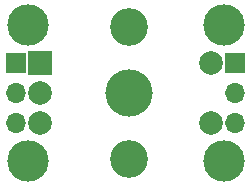
<source format=gts>
%TF.GenerationSoftware,KiCad,Pcbnew,7.0.7*%
%TF.CreationDate,2023-09-18T16:35:53-04:00*%
%TF.ProjectId,Encoder Mount,456e636f-6465-4722-904d-6f756e742e6b,rev?*%
%TF.SameCoordinates,Original*%
%TF.FileFunction,Soldermask,Top*%
%TF.FilePolarity,Negative*%
%FSLAX46Y46*%
G04 Gerber Fmt 4.6, Leading zero omitted, Abs format (unit mm)*
G04 Created by KiCad (PCBNEW 7.0.7) date 2023-09-18 16:35:53*
%MOMM*%
%LPD*%
G01*
G04 APERTURE LIST*
%ADD10C,2.600000*%
%ADD11C,3.500000*%
%ADD12C,4.000000*%
%ADD13R,2.000000X2.000000*%
%ADD14C,2.000000*%
%ADD15C,3.200000*%
%ADD16R,1.700000X1.700000*%
%ADD17O,1.700000X1.700000*%
G04 APERTURE END LIST*
D10*
X91460000Y-94250000D03*
D11*
X91460000Y-94250000D03*
D10*
X108040000Y-94250000D03*
D11*
X108040000Y-94250000D03*
D12*
X100000000Y-99999999D03*
D13*
X92500000Y-97499999D03*
D14*
X92500000Y-102499999D03*
X92500000Y-99999999D03*
D15*
X100000000Y-94399999D03*
X100000000Y-105599999D03*
D14*
X107000000Y-102499999D03*
X107000000Y-97499999D03*
D10*
X108040000Y-105750000D03*
D11*
X108040000Y-105750000D03*
D16*
X109040000Y-97474999D03*
D17*
X109040000Y-100014999D03*
X109040000Y-102554999D03*
D16*
X90460000Y-97474999D03*
D17*
X90460000Y-100014999D03*
X90460000Y-102554999D03*
D10*
X91460000Y-105750000D03*
D11*
X91460000Y-105750000D03*
M02*

</source>
